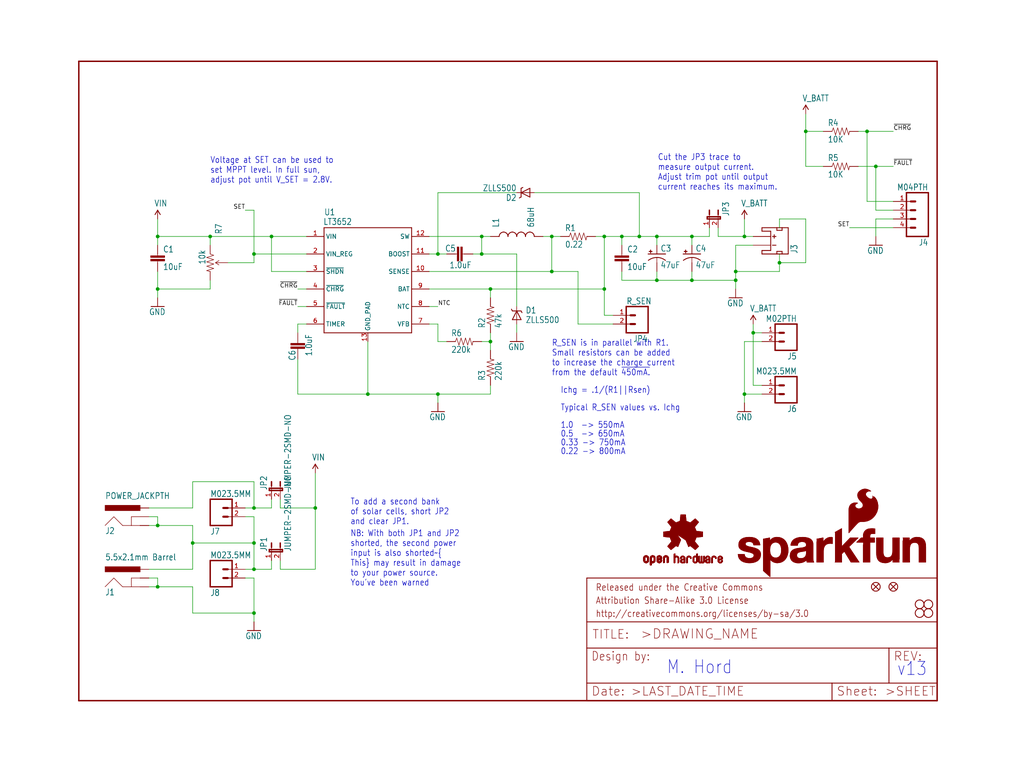
<source format=kicad_sch>
(kicad_sch (version 20211123) (generator eeschema)
  (paper "User" 297.002 223.926)
  (lib_symbols
    (symbol "eagleSchem-eagle-import:0.22OHM1{slash}4W1%(0805)"
      (property "Reference" "R" (at -3.81 1.4986 0))
      (property "Value" "0.22OHM1{slash}4W1%(0805)" (at -3.81 -3.302 0))
      (symbol "0.22OHM1{slash}4W1%(0805)_1_0"
        (pin passive line (at -5.08 0 0) (length 2.54) (name "1") (number "1"))
        (pin passive line (at 5.08 0 180) (length 2.54) (name "2") (number "2"))
      )
    )
    (symbol "eagleSchem-eagle-import:1.0UF-16V-10%(0603)"
      (property "Reference" "C" (at 1.524 2.921 0))
      (property "Value" "1.0UF-16V-10%(0603)" (at 1.524 -2.159 0))
      (symbol "1.0UF-16V-10%(0603)_1_0"
        (pin passive line (at 0 5.08 270) (length 2.54) (name "1") (number "1"))
        (pin passive line (at 0 -2.54 90) (length 2.54) (name "2") (number "2"))
      )
    )
    (symbol "eagleSchem-eagle-import:10KOHM1{slash}10W1%(0603)0603"
      (property "Reference" "R" (at -3.81 1.4986 0))
      (property "Value" "10KOHM1{slash}10W1%(0603)0603" (at -3.81 -3.302 0))
      (symbol "10KOHM1{slash}10W1%(0603)0603_1_0"
        (pin passive line (at -5.08 0 0) (length 2.54) (name "1") (number "1"))
        (pin passive line (at 5.08 0 180) (length 2.54) (name "2") (number "2"))
      )
    )
    (symbol "eagleSchem-eagle-import:10UF-6.3V-20%(1206)"
      (property "Reference" "C" (at 1.524 2.921 0))
      (property "Value" "10UF-6.3V-20%(1206)" (at 1.524 -2.159 0))
      (symbol "10UF-6.3V-20%(1206)_1_0"
        (pin passive line (at 0 5.08 270) (length 2.54) (name "1") (number "1"))
        (pin passive line (at 0 -2.54 90) (length 2.54) (name "2") (number "2"))
      )
    )
    (symbol "eagleSchem-eagle-import:10UF50V20%(1210)"
      (property "Reference" "C" (at 1.524 2.921 0))
      (property "Value" "10UF50V20%(1210)" (at 1.524 -2.159 0))
      (symbol "10UF50V20%(1210)_1_0"
        (pin passive line (at 0 5.08 270) (length 2.54) (name "1") (number "1"))
        (pin passive line (at 0 -2.54 90) (length 2.54) (name "2") (number "2"))
      )
    )
    (symbol "eagleSchem-eagle-import:220KOHM1{slash}10W1%(0603)"
      (property "Reference" "R" (at -3.81 1.4986 0))
      (property "Value" "220KOHM1{slash}10W1%(0603)" (at -3.81 -3.302 0))
      (symbol "220KOHM1{slash}10W1%(0603)_1_0"
        (pin passive line (at -5.08 0 0) (length 2.54) (name "1") (number "1"))
        (pin passive line (at 5.08 0 180) (length 2.54) (name "2") (number "2"))
      )
    )
    (symbol "eagleSchem-eagle-import:47KOHM1{slash}10W1%(0603)"
      (property "Reference" "R" (at -3.81 1.4986 0))
      (property "Value" "47KOHM1{slash}10W1%(0603)" (at -3.81 -3.302 0))
      (symbol "47KOHM1{slash}10W1%(0603)_1_0"
        (pin passive line (at -5.08 0 0) (length 2.54) (name "1") (number "1"))
        (pin passive line (at 5.08 0 180) (length 2.54) (name "2") (number "2"))
      )
    )
    (symbol "eagleSchem-eagle-import:47UF-TANT"
      (property "Reference" "C" (at 1.016 0.635 0))
      (property "Value" "47UF-TANT" (at 1.016 -4.191 0))
      (symbol "47UF-TANT_1_0"
        (pin passive line (at 0 2.54 270) (length 2.54) (name "+") (number "A"))
        (pin passive line (at 0 -5.08 90) (length 2.54) (name "-") (number "C"))
      )
    )
    (symbol "eagleSchem-eagle-import:FIDUCIAL1X2")
    (symbol "eagleSchem-eagle-import:FRAME-LETTER"
      (symbol "FRAME-LETTER_2_0"
        (text ">DRAWING_NAME" (at 15.494 17.78 0) (effects (font (size 2.7432 2.7432)) (justify left bottom)))
        (text ">LAST_DATE_TIME" (at 12.7 1.27 0) (effects (font (size 2.54 2.54)) (justify left bottom)))
        (text ">SHEET" (at 86.36 1.27 0) (effects (font (size 2.54 2.54)) (justify left bottom)))
        (text "Attribution Share-Alike 3.0 License" (at 2.54 27.94 0) (effects (font (size 1.9304 1.6408)) (justify left bottom)))
        (text "Date:" (at 1.27 1.27 0) (effects (font (size 2.54 2.54)) (justify left bottom)))
        (text "Design by:" (at 1.27 11.43 0) (effects (font (size 2.54 2.159)) (justify left bottom)))
        (text "http://creativecommons.org/licenses/by-sa/3.0" (at 2.54 24.13 0) (effects (font (size 1.9304 1.6408)) (justify left bottom)))
        (text "Released under the Creative Commons" (at 2.54 31.75 0) (effects (font (size 1.9304 1.6408)) (justify left bottom)))
        (text "REV:" (at 88.9 11.43 0) (effects (font (size 2.54 2.54)) (justify left bottom)))
        (text "Sheet:" (at 72.39 1.27 0) (effects (font (size 2.54 2.54)) (justify left bottom)))
        (text "TITLE:" (at 1.524 17.78 0) (effects (font (size 2.54 2.54)) (justify left bottom)))
      )
    )
    (symbol "eagleSchem-eagle-import:GND" (power)
      (property "Value" "GND" (at -2.54 -2.54 0))
      (symbol "GND_1_0"
        (pin power_in line (at 0 2.54 270) (length 2.54) (name "GND") (number "1"))
      )
    )
    (symbol "eagleSchem-eagle-import:INDUCTOR68UH-1A"
      (property "Reference" "L" (at 2.54 5.08 0))
      (property "Value" "INDUCTOR68UH-1A" (at 2.54 -5.08 0))
      (symbol "INDUCTOR68UH-1A_1_0"
        (pin passive line (at 0 7.62 270) (length 2.54) (name "1") (number "P$1"))
        (pin passive line (at 0 -7.62 90) (length 2.54) (name "2") (number "P$2"))
      )
    )
    (symbol "eagleSchem-eagle-import:JST_2MM_MALE"
      (property "Reference" "J" (at -2.54 5.842 0))
      (symbol "JST_2MM_MALE_1_0"
        (pin bidirectional line (at 0 -5.08 90) (length 5.08) (name "-") (number "1"))
        (pin bidirectional line (at 2.54 -5.08 90) (length 5.08) (name "+") (number "2"))
        (pin bidirectional line (at -2.54 2.54 90) (length 0) (name "PAD1") (number "NC1"))
        (pin bidirectional line (at 5.08 2.54 90) (length 0) (name "PAD2") (number "NC2"))
      )
    )
    (symbol "eagleSchem-eagle-import:JUMPER-2SMD-NC"
      (property "Reference" "JP" (at -1.27 0 90))
      (property "Value" "JUMPER-2SMD-NC" (at 5.715 0 90))
      (symbol "JUMPER-2SMD-NC_1_0"
        (pin passive line (at 0 -2.54 90) (length 2.54) (name "1") (number "1"))
        (pin passive line (at 2.54 -2.54 90) (length 2.54) (name "2") (number "2"))
      )
    )
    (symbol "eagleSchem-eagle-import:JUMPER-2SMD-NO"
      (property "Reference" "JP" (at -1.27 0 90))
      (property "Value" "JUMPER-2SMD-NO" (at 5.715 0 90))
      (symbol "JUMPER-2SMD-NO_1_0"
        (pin passive line (at 0 -2.54 90) (length 2.54) (name "1") (number "1"))
        (pin passive line (at 2.54 -2.54 90) (length 2.54) (name "2") (number "2"))
      )
    )
    (symbol "eagleSchem-eagle-import:JUMPER-PTH-2-NC"
      (property "Value" "JUMPER-PTH-2-NC" (at 5.715 0 90))
      (symbol "JUMPER-PTH-2-NC_1_0"
        (pin passive line (at 0 -2.54 90) (length 2.54) (name "1") (number "1"))
        (pin passive line (at 2.54 -2.54 90) (length 2.54) (name "2") (number "2"))
      )
    )
    (symbol "eagleSchem-eagle-import:LT3652"
      (property "Reference" "U" (at 0 34.036 0))
      (property "Value" "LT3652" (at -0.254 31.242 0))
      (symbol "LT3652_1_0"
        (pin bidirectional line (at -5.08 27.94 0) (length 5.08) (name "VIN") (number "1"))
        (pin bidirectional line (at 30.48 17.78 180) (length 5.08) (name "SENSE") (number "10"))
        (pin bidirectional line (at 30.48 22.86 180) (length 5.08) (name "BOOST") (number "11"))
        (pin bidirectional line (at 30.48 27.94 180) (length 5.08) (name "SW") (number "12"))
        (pin bidirectional line (at 12.7 -2.54 90) (length 2.54) (name "GND_PAD") (number "13"))
        (pin bidirectional line (at -5.08 22.86 0) (length 5.08) (name "VIN_REG") (number "2"))
        (pin bidirectional line (at -5.08 17.78 0) (length 5.08) (name "~{SHDN}") (number "3"))
        (pin bidirectional line (at -5.08 12.7 0) (length 5.08) (name "~{CHRG}") (number "4"))
        (pin bidirectional line (at -5.08 7.62 0) (length 5.08) (name "~{FAULT}") (number "5"))
        (pin bidirectional line (at -5.08 2.54 0) (length 5.08) (name "TIMER") (number "6"))
        (pin bidirectional line (at 30.48 2.54 180) (length 5.08) (name "VFB") (number "7"))
        (pin bidirectional line (at 30.48 7.62 180) (length 5.08) (name "NTC") (number "8"))
        (pin bidirectional line (at 30.48 12.7 180) (length 5.08) (name "BAT") (number "9"))
      )
    )
    (symbol "eagleSchem-eagle-import:M023.5MM"
      (property "Reference" "JP" (at -2.54 5.842 0))
      (property "Value" "M023.5MM" (at -2.54 -5.08 0))
      (symbol "M023.5MM_1_0"
        (pin passive line (at 7.62 0 180) (length 5.08) (name "1") (number "1"))
        (pin passive line (at 7.62 2.54 180) (length 5.08) (name "2") (number "2"))
      )
    )
    (symbol "eagleSchem-eagle-import:M02PTH"
      (property "Reference" "JP" (at -2.54 5.842 0))
      (property "Value" "M02PTH" (at -2.54 -5.08 0))
      (symbol "M02PTH_1_0"
        (pin passive line (at 7.62 0 180) (length 5.08) (name "1") (number "1"))
        (pin passive line (at 7.62 2.54 180) (length 5.08) (name "2") (number "2"))
      )
    )
    (symbol "eagleSchem-eagle-import:M04PTH"
      (property "Reference" "JP" (at -5.08 8.382 0))
      (property "Value" "M04PTH" (at -5.08 -7.62 0))
      (symbol "M04PTH_1_0"
        (pin passive line (at 5.08 -2.54 180) (length 5.08) (name "1") (number "1"))
        (pin passive line (at 5.08 0 180) (length 5.08) (name "2") (number "2"))
        (pin passive line (at 5.08 2.54 180) (length 5.08) (name "3") (number "3"))
        (pin passive line (at 5.08 5.08 180) (length 5.08) (name "4") (number "4"))
      )
    )
    (symbol "eagleSchem-eagle-import:OSHW-LOGOM")
    (symbol "eagleSchem-eagle-import:OSHW-LOGOS")
    (symbol "eagleSchem-eagle-import:POWER_JACKPTH"
      (property "Reference" "J" (at -10.16 0 0))
      (property "Value" "POWER_JACKPTH" (at -10.16 10.16 0))
      (symbol "POWER_JACKPTH_1_0"
        (pin bidirectional line (at 2.54 2.54 180) (length 2.54) (name "GND") (number "GND"))
        (pin bidirectional line (at 2.54 5.08 180) (length 2.54) (name "GNDBREAK") (number "GNDBREAK"))
        (pin bidirectional line (at 2.54 7.62 180) (length 2.54) (name "PWR") (number "PWR"))
      )
    )
    (symbol "eagleSchem-eagle-import:POWER_JACKSMD"
      (property "Reference" "J" (at -10.16 0 0))
      (property "Value" "POWER_JACKSMD" (at -10.16 10.16 0))
      (symbol "POWER_JACKSMD_1_0"
        (pin bidirectional line (at 2.54 5.08 180) (length 2.54) (name "GNDBREAK") (number "GND"))
        (pin bidirectional line (at 2.54 2.54 180) (length 2.54) (name "GND") (number "P$4"))
        (pin bidirectional line (at 2.54 7.62 180) (length 2.54) (name "PWR") (number "VIN0"))
      )
    )
    (symbol "eagleSchem-eagle-import:SFE_LOGO_NAME_FLAME.2_INCH")
    (symbol "eagleSchem-eagle-import:SFE_LOGO_NAME_FLAME.3_INCH")
    (symbol "eagleSchem-eagle-import:STAND-OFF")
    (symbol "eagleSchem-eagle-import:TRIMPOTRES-09285"
      (property "Reference" "R" (at -11.43 1.4986 0))
      (property "Value" "TRIMPOTRES-09285" (at -3.81 -3.302 0))
      (symbol "TRIMPOTRES-09285_1_0"
        (pin passive line (at -5.08 0 0) (length 2.54) (name "CCW") (number "1"))
        (pin passive line (at 0 5.08 270) (length 2.54) (name "WIPER") (number "2"))
        (pin passive line (at 5.08 0 180) (length 2.54) (name "CW") (number "3"))
      )
    )
    (symbol "eagleSchem-eagle-import:VIN" (power)
      (property "Value" "VIN" (at -1.016 3.556 0))
      (symbol "VIN_1_0"
        (pin power_in line (at 0 0 90) (length 2.54) (name "VIN") (number "1"))
      )
    )
    (symbol "eagleSchem-eagle-import:V_BATT" (power)
      (property "Value" "V_BATT" (at -1.016 3.556 0))
      (symbol "V_BATT_1_0"
        (pin power_in line (at 0 0 90) (length 2.54) (name "V_BATT") (number "1"))
      )
    )
    (symbol "eagleSchem-eagle-import:ZLLS500ZLLS500"
      (property "Reference" "D" (at 2.54 0.4826 0))
      (property "Value" "ZLLS500ZLLS500" (at 2.54 -2.3114 0))
      (symbol "ZLLS500ZLLS500_1_0"
        (pin passive line (at -2.54 0 0) (length 2.54) (name "A") (number "1"))
        (pin passive line (at 2.54 0 180) (length 2.54) (name "C") (number "3"))
      )
    )
  )
  (junction (at 160.02 68.58))
  (junction (at 45.72 68.58))
  (junction (at 139.7 73.66))
  (junction (at 215.9 114.3))
  (junction (at 190.5 68.58))
  (junction (at 60.96 68.58))
  (junction (at 73.66 177.8))
  (junction (at 73.66 157.48))
  (junction (at 213.36 78.74))
  (junction (at 55.88 157.48))
  (junction (at 251.46 38.1))
  (junction (at 233.68 38.1))
  (junction (at 73.66 147.32))
  (junction (at 142.24 99.06))
  (junction (at 73.66 165.1))
  (junction (at 218.44 96.52))
  (junction (at 215.9 68.58))
  (junction (at 127 73.66))
  (junction (at 45.72 170.18))
  (junction (at 180.34 68.58))
  (junction (at 91.44 147.32))
  (junction (at 213.36 81.28))
  (junction (at 254 48.26))
  (junction (at 175.26 83.82))
  (junction (at 200.66 81.28))
  (junction (at 45.72 152.4))
  (junction (at 185.42 68.58))
  (junction (at 139.7 68.58))
  (junction (at 142.24 83.82))
  (junction (at 226.06 76.2))
  (junction (at 106.68 114.3))
  (junction (at 45.72 83.82))
  (junction (at 73.66 73.66))
  (junction (at 127 114.3))
  (junction (at 190.5 81.28))
  (junction (at 200.66 68.58))
  (junction (at 78.74 68.58))
  (junction (at 175.26 68.58))
  (junction (at 160.02 78.74))
  (wire (pts (xy 43.18 170.18) (xy 45.72 170.18)))
  (wire (pts (xy 142.24 114.3) (xy 127 114.3)))
  (wire (pts (xy 86.36 114.3) (xy 106.68 114.3)))
  (wire (pts (xy 73.66 147.32) (xy 78.74 147.32)))
  (wire (pts (xy 180.34 68.58) (xy 180.34 71.12)))
  (wire (pts (xy 73.66 177.8) (xy 73.66 167.64)))
  (wire (pts (xy 190.5 68.58) (xy 200.66 68.58)))
  (wire (pts (xy 45.72 86.36) (xy 45.72 83.82)))
  (wire (pts (xy 254 63.5) (xy 259.08 63.5)))
  (wire (pts (xy 157.48 68.58) (xy 160.02 68.58)))
  (wire (pts (xy 149.86 73.66) (xy 149.86 88.9)))
  (wire (pts (xy 248.92 48.26) (xy 254 48.26)))
  (wire (pts (xy 129.54 73.66) (xy 127 73.66)))
  (wire (pts (xy 81.28 147.32) (xy 91.44 147.32)))
  (wire (pts (xy 215.9 68.58) (xy 218.44 68.58)))
  (wire (pts (xy 139.7 68.58) (xy 142.24 68.58)))
  (wire (pts (xy 248.92 38.1) (xy 251.46 38.1)))
  (wire (pts (xy 73.66 180.34) (xy 73.66 177.8)))
  (wire (pts (xy 45.72 83.82) (xy 45.72 78.74)))
  (wire (pts (xy 43.18 167.64) (xy 45.72 167.64)))
  (wire (pts (xy 45.72 152.4) (xy 55.88 152.4)))
  (wire (pts (xy 88.9 83.82) (xy 86.36 83.82)))
  (wire (pts (xy 218.44 71.12) (xy 213.36 71.12)))
  (wire (pts (xy 185.42 68.58) (xy 190.5 68.58)))
  (wire (pts (xy 71.12 167.64) (xy 73.66 167.64)))
  (wire (pts (xy 88.9 78.74) (xy 78.74 78.74)))
  (wire (pts (xy 142.24 99.06) (xy 142.24 96.52)))
  (wire (pts (xy 55.88 165.1) (xy 43.18 165.1)))
  (wire (pts (xy 86.36 93.98) (xy 88.9 93.98)))
  (wire (pts (xy 254 60.96) (xy 259.08 60.96)))
  (wire (pts (xy 78.74 78.74) (xy 78.74 68.58)))
  (wire (pts (xy 167.64 93.98) (xy 167.64 78.74)))
  (wire (pts (xy 177.8 93.98) (xy 167.64 93.98)))
  (wire (pts (xy 200.66 81.28) (xy 190.5 81.28)))
  (wire (pts (xy 127 73.66) (xy 124.46 73.66)))
  (wire (pts (xy 254 68.58) (xy 254 63.5)))
  (wire (pts (xy 233.68 38.1) (xy 238.76 38.1)))
  (wire (pts (xy 177.8 91.44) (xy 175.26 91.44)))
  (wire (pts (xy 45.72 170.18) (xy 55.88 170.18)))
  (wire (pts (xy 251.46 58.42) (xy 259.08 58.42)))
  (wire (pts (xy 91.44 147.32) (xy 91.44 165.1)))
  (wire (pts (xy 218.44 93.98) (xy 218.44 96.52)))
  (wire (pts (xy 73.66 73.66) (xy 73.66 60.96)))
  (wire (pts (xy 66.04 76.2) (xy 73.66 76.2)))
  (wire (pts (xy 60.96 68.58) (xy 78.74 68.58)))
  (wire (pts (xy 78.74 165.1) (xy 78.74 162.56)))
  (wire (pts (xy 200.66 68.58) (xy 200.66 71.12)))
  (wire (pts (xy 213.36 71.12) (xy 213.36 78.74)))
  (wire (pts (xy 142.24 101.6) (xy 142.24 99.06)))
  (wire (pts (xy 213.36 83.82) (xy 213.36 81.28)))
  (wire (pts (xy 175.26 83.82) (xy 175.26 68.58)))
  (wire (pts (xy 142.24 83.82) (xy 175.26 83.82)))
  (wire (pts (xy 175.26 68.58) (xy 180.34 68.58)))
  (wire (pts (xy 124.46 88.9) (xy 127 88.9)))
  (wire (pts (xy 185.42 55.88) (xy 154.94 55.88)))
  (wire (pts (xy 233.68 33.02) (xy 233.68 38.1)))
  (wire (pts (xy 226.06 76.2) (xy 233.68 76.2)))
  (wire (pts (xy 200.66 81.28) (xy 200.66 78.74)))
  (wire (pts (xy 149.86 93.98) (xy 149.86 96.52)))
  (wire (pts (xy 73.66 73.66) (xy 88.9 73.66)))
  (wire (pts (xy 175.26 91.44) (xy 175.26 83.82)))
  (wire (pts (xy 78.74 147.32) (xy 78.74 144.78)))
  (wire (pts (xy 81.28 162.56) (xy 81.28 165.1)))
  (wire (pts (xy 45.72 167.64) (xy 45.72 170.18)))
  (wire (pts (xy 73.66 60.96) (xy 71.12 60.96)))
  (wire (pts (xy 60.96 71.12) (xy 60.96 68.58)))
  (wire (pts (xy 45.72 68.58) (xy 45.72 71.12)))
  (wire (pts (xy 213.36 78.74) (xy 226.06 78.74)))
  (wire (pts (xy 71.12 165.1) (xy 73.66 165.1)))
  (wire (pts (xy 185.42 68.58) (xy 185.42 55.88)))
  (wire (pts (xy 55.88 157.48) (xy 55.88 165.1)))
  (wire (pts (xy 43.18 149.86) (xy 45.72 149.86)))
  (wire (pts (xy 106.68 114.3) (xy 106.68 99.06)))
  (wire (pts (xy 55.88 157.48) (xy 73.66 157.48)))
  (wire (pts (xy 200.66 68.58) (xy 205.74 68.58)))
  (wire (pts (xy 55.88 152.4) (xy 55.88 157.48)))
  (wire (pts (xy 81.28 165.1) (xy 91.44 165.1)))
  (wire (pts (xy 233.68 76.2) (xy 233.68 63.5)))
  (wire (pts (xy 180.34 68.58) (xy 185.42 68.58)))
  (wire (pts (xy 149.86 55.88) (xy 127 55.88)))
  (wire (pts (xy 215.9 63.5) (xy 215.9 68.58)))
  (wire (pts (xy 213.36 81.28) (xy 200.66 81.28)))
  (wire (pts (xy 259.08 66.04) (xy 246.38 66.04)))
  (wire (pts (xy 218.44 96.52) (xy 218.44 111.76)))
  (wire (pts (xy 55.88 177.8) (xy 73.66 177.8)))
  (wire (pts (xy 81.28 144.78) (xy 81.28 147.32)))
  (wire (pts (xy 127 99.06) (xy 127 93.98)))
  (wire (pts (xy 124.46 78.74) (xy 160.02 78.74)))
  (wire (pts (xy 124.46 68.58) (xy 139.7 68.58)))
  (wire (pts (xy 167.64 78.74) (xy 160.02 78.74)))
  (wire (pts (xy 218.44 111.76) (xy 220.98 111.76)))
  (wire (pts (xy 226.06 78.74) (xy 226.06 76.2)))
  (wire (pts (xy 86.36 96.52) (xy 86.36 93.98)))
  (wire (pts (xy 233.68 63.5) (xy 226.06 63.5)))
  (wire (pts (xy 226.06 73.66) (xy 226.06 76.2)))
  (wire (pts (xy 127 93.98) (xy 124.46 93.98)))
  (wire (pts (xy 55.88 170.18) (xy 55.88 177.8)))
  (wire (pts (xy 73.66 76.2) (xy 73.66 73.66)))
  (wire (pts (xy 190.5 81.28) (xy 190.5 78.74)))
  (wire (pts (xy 45.72 68.58) (xy 60.96 68.58)))
  (wire (pts (xy 208.28 66.04) (xy 208.28 68.58)))
  (wire (pts (xy 73.66 157.48) (xy 73.66 165.1)))
  (wire (pts (xy 129.54 99.06) (xy 127 99.06)))
  (wire (pts (xy 215.9 116.84) (xy 215.9 114.3)))
  (wire (pts (xy 127 55.88) (xy 127 73.66)))
  (wire (pts (xy 55.88 147.32) (xy 43.18 147.32)))
  (wire (pts (xy 73.66 149.86) (xy 71.12 149.86)))
  (wire (pts (xy 233.68 38.1) (xy 233.68 48.26)))
  (wire (pts (xy 88.9 88.9) (xy 86.36 88.9)))
  (wire (pts (xy 215.9 114.3) (xy 215.9 99.06)))
  (wire (pts (xy 254 48.26) (xy 259.08 48.26)))
  (wire (pts (xy 73.66 139.7) (xy 73.66 147.32)))
  (wire (pts (xy 78.74 68.58) (xy 88.9 68.58)))
  (wire (pts (xy 137.16 73.66) (xy 139.7 73.66)))
  (wire (pts (xy 86.36 104.14) (xy 86.36 114.3)))
  (wire (pts (xy 127 114.3) (xy 106.68 114.3)))
  (wire (pts (xy 205.74 68.58) (xy 205.74 66.04)))
  (wire (pts (xy 190.5 81.28) (xy 180.34 81.28)))
  (wire (pts (xy 73.66 157.48) (xy 73.66 149.86)))
  (wire (pts (xy 60.96 81.28) (xy 60.96 83.82)))
  (wire (pts (xy 180.34 81.28) (xy 180.34 78.74)))
  (wire (pts (xy 142.24 111.76) (xy 142.24 114.3)))
  (wire (pts (xy 190.5 68.58) (xy 190.5 71.12)))
  (wire (pts (xy 251.46 38.1) (xy 259.08 38.1)))
  (wire (pts (xy 160.02 78.74) (xy 160.02 68.58)))
  (wire (pts (xy 45.72 63.5) (xy 45.72 68.58)))
  (wire (pts (xy 91.44 137.16) (xy 91.44 147.32)))
  (wire (pts (xy 127 116.84) (xy 127 114.3)))
  (wire (pts (xy 73.66 165.1) (xy 78.74 165.1)))
  (wire (pts (xy 218.44 96.52) (xy 220.98 96.52)))
  (wire (pts (xy 139.7 73.66) (xy 149.86 73.66)))
  (wire (pts (xy 172.72 68.58) (xy 175.26 68.58)))
  (wire (pts (xy 215.9 114.3) (xy 220.98 114.3)))
  (wire (pts (xy 139.7 99.06) (xy 142.24 99.06)))
  (wire (pts (xy 124.46 83.82) (xy 142.24 83.82)))
  (wire (pts (xy 215.9 99.06) (xy 220.98 99.06)))
  (wire (pts (xy 213.36 78.74) (xy 213.36 81.28)))
  (wire (pts (xy 251.46 38.1) (xy 251.46 58.42)))
  (wire (pts (xy 60.96 83.82) (xy 45.72 83.82)))
  (wire (pts (xy 233.68 48.26) (xy 238.76 48.26)))
  (wire (pts (xy 226.06 63.5) (xy 226.06 66.04)))
  (wire (pts (xy 45.72 149.86) (xy 45.72 152.4)))
  (wire (pts (xy 142.24 86.36) (xy 142.24 83.82)))
  (wire (pts (xy 55.88 139.7) (xy 73.66 139.7)))
  (wire (pts (xy 160.02 68.58) (xy 162.56 68.58)))
  (wire (pts (xy 43.18 152.4) (xy 45.72 152.4)))
  (wire (pts (xy 55.88 139.7) (xy 55.88 147.32)))
  (wire (pts (xy 73.66 147.32) (xy 71.12 147.32)))
  (wire (pts (xy 208.28 68.58) (xy 215.9 68.58)))
  (wire (pts (xy 254 48.26) (xy 254 60.96)))
  (wire (pts (xy 139.7 73.66) (xy 139.7 68.58)))
  (text "0.5  -> 650mA" (at 162.56 127 180) (effects (font (size 1.778 1.5113)) (justify left bottom)))
  (text "R_SEN is in parallel with R1.\nSmall resistors can be added\nto increase the charge current\nfrom the default ~{450mA.}" (at 160.02 109.22 0) (effects (font (size 1.778 1.5113)) (justify left bottom)))
  (text "0.33 -> 750mA" (at 162.56 129.54 180) (effects (font (size 1.778 1.5113)) (justify left bottom)))
  (text "Cut the JP3 trace to\nmeasure output current.\nAdjust trim pot until output\ncurrent reaches its maximum." (at 190.754 55.372 0) (effects (font (size 1.778 1.5113)) (justify left bottom)))
  (text "NB: With both JP1 and JP2\nshorted, the second power\ninput is also shorted~{\nThis} may result in damage\nto your power source.\nYou've been warned~{}" (at 101.6 170.18 0) (effects (font (size 1.778 1.5113)) (justify left bottom)))
  (text "To add a second bank\nof solar cells, short JP2\nand clear JP1." (at 101.6 152.4 0) (effects (font (size 1.778 1.5113)) (justify left bottom)))
  (text "M. Hord" (at 193.294 195.834 180) (effects (font (size 3.81 3.2385)) (justify left bottom)))
  (text "Voltage at SET can be used to\nset MPPT level. In full sun,\nadjust pot until V_SET = 2.8V." (at 60.96 53.34 0) (effects (font (size 1.778 1.5113)) (justify left bottom)))
  (text "Ichg = .1/(R1||Rsen)" (at 162.56 114.3 180) (effects (font (size 1.778 1.5113)) (justify left bottom)))
  (text "1.0  -> 550mA" (at 162.56 124.46 180) (effects (font (size 1.778 1.5113)) (justify left bottom)))
  (text "0.22 -> 800mA" (at 162.56 132.08 180) (effects (font (size 1.778 1.5113)) (justify left bottom)))
  (text "v13" (at 260.096 196.342 180) (effects (font (size 3.81 3.2385)) (justify left bottom)))
  (text "Typical R_SEN values vs. Ichg" (at 162.56 119.38 180) (effects (font (size 1.778 1.5113)) (justify left bottom)))
  (label "NTC" (at 127 88.9 0) (effects (font (size 1.2446 1.2446))))
  (label "~{FAULT}" (at 259.08 48.26 0) (effects (font (size 1.2446 1.2446))))
  (label "~{CHRG}" (at 86.36 83.82 180) (effects (font (size 1.2446 1.2446))))
  (label "~{FAULT}" (at 86.36 88.9 180) (effects (font (size 1.2446 1.2446))))
  (label "SET" (at 71.12 60.96 180) (effects (font (size 1.2446 1.2446))))
  (label "SET" (at 246.38 66.04 180) (effects (font (size 1.2446 1.2446))))
  (label "~{CHRG}" (at 259.08 38.1 0) (effects (font (size 1.2446 1.2446))))
  (symbol (lib_id "eagleSchem-eagle-import:VIN") (at 45.72 63.5 0) (unit 1)
    (property "Reference" "#SUPPLY2" (effects hide))
    (property "Value" "VIN" (at 44.704 59.944 0) (effects (font (size 1.778 1.5113)) (justify left bottom)))
    (property "Footprint" "eagleSchem:" (effects hide))
  )
  (symbol (lib_id "eagleSchem-eagle-import:POWER_JACKSMD") (at 40.64 172.72 0) (unit 1)
    (property "Reference" "J1" (at 30.48 172.72 0) (effects (font (size 1.778 1.5113)) (justify left bottom)))
    (property "Value" "5.5x2.1mm Barrel" (at 30.48 162.56 0) (effects (font (size 1.778 1.5113)) (justify left bottom)))
    (property "Footprint" "eagleSchem:POWER_JACK_SMD" (effects hide))
  )
  (symbol (lib_id "eagleSchem-eagle-import:M023.5MM") (at 228.6 111.76 180) (unit 1)
    (property "Reference" "J6" (at 231.14 117.602 0) (effects (font (size 1.778 1.5113)) (justify left bottom)))
    (property "Value" "M023.5MM" (at 231.14 106.68 0) (effects (font (size 1.778 1.5113)) (justify left bottom)))
    (property "Footprint" "eagleSchem:SCREWTERMINAL-3.5MM-2" (effects hide))
  )
  (symbol (lib_id "eagleSchem-eagle-import:LT3652") (at 93.98 96.52 0) (unit 1)
    (property "Reference" "U1" (at 93.98 62.484 0) (effects (font (size 1.778 1.5113)) (justify left bottom)))
    (property "Value" "LT3652" (at 93.726 65.278 0) (effects (font (size 1.778 1.5113)) (justify left bottom)))
    (property "Footprint" "eagleSchem:MSOP-12_GND" (effects hide))
  )
  (symbol (lib_id "eagleSchem-eagle-import:FRAME-LETTER") (at 170.18 203.2 0) (unit 2)
    (property "Reference" "FRAME1" (effects hide))
    (property "Value" "FRAME-LETTER" (effects hide))
    (property "Footprint" "eagleSchem:CREATIVE_COMMONS" (effects hide))
  )
  (symbol (lib_id "eagleSchem-eagle-import:SFE_LOGO_NAME_FLAME.2_INCH") (at 213.36 167.64 0) (unit 1)
    (property "Reference" "LOGO1" (effects hide))
    (property "Value" "SFE_LOGO_NAME_FLAME.2_INCH" (effects hide))
    (property "Footprint" "eagleSchem:SFE_LOGO_NAME_FLAME_.2" (effects hide))
  )
  (symbol (lib_id "eagleSchem-eagle-import:47KOHM1{slash}10W1%(0603)") (at 142.24 91.44 90) (unit 1)
    (property "Reference" "R2" (at 140.7414 95.25 0) (effects (font (size 1.778 1.5113)) (justify left bottom)))
    (property "Value" "47k" (at 145.542 95.25 0) (effects (font (size 1.778 1.5113)) (justify left bottom)))
    (property "Footprint" "eagleSchem:0603-RES" (effects hide))
  )
  (symbol (lib_id "eagleSchem-eagle-import:SFE_LOGO_NAME_FLAME.3_INCH") (at 213.36 167.64 0) (unit 1)
    (property "Reference" "LOGO4" (effects hide))
    (property "Value" "SFE_LOGO_NAME_FLAME.3_INCH" (effects hide))
    (property "Footprint" "eagleSchem:SFE_LOGO_NAME_FLAME_.3" (effects hide))
  )
  (symbol (lib_id "eagleSchem-eagle-import:M02PTH") (at 185.42 91.44 180) (unit 1)
    (property "Reference" "JP4" (at 187.96 97.282 0) (effects (font (size 1.778 1.5113)) (justify left bottom)))
    (property "Value" "R_SEN" (at 188.976 86.36 0) (effects (font (size 1.778 1.5113)) (justify left bottom)))
    (property "Footprint" "eagleSchem:1X02" (effects hide))
  )
  (symbol (lib_id "eagleSchem-eagle-import:220KOHM1{slash}10W1%(0603)") (at 142.24 106.68 90) (unit 1)
    (property "Reference" "R3" (at 140.7414 110.49 0) (effects (font (size 1.778 1.5113)) (justify left bottom)))
    (property "Value" "220k" (at 145.542 110.49 0) (effects (font (size 1.778 1.5113)) (justify left bottom)))
    (property "Footprint" "eagleSchem:0603-RES" (effects hide))
  )
  (symbol (lib_id "eagleSchem-eagle-import:STAND-OFF") (at 269.24 175.26 0) (unit 1)
    (property "Reference" "STANDOFF2" (effects hide))
    (property "Value" "STAND-OFF" (effects hide))
    (property "Footprint" "eagleSchem:STAND-OFF" (effects hide))
  )
  (symbol (lib_id "eagleSchem-eagle-import:220KOHM1{slash}10W1%(0603)") (at 134.62 99.06 0) (unit 1)
    (property "Reference" "R6" (at 130.81 97.5614 0) (effects (font (size 1.778 1.5113)) (justify left bottom)))
    (property "Value" "220k" (at 130.81 102.362 0) (effects (font (size 1.778 1.5113)) (justify left bottom)))
    (property "Footprint" "eagleSchem:0603-RES" (effects hide))
  )
  (symbol (lib_id "eagleSchem-eagle-import:M02PTH") (at 228.6 96.52 180) (unit 1)
    (property "Reference" "J5" (at 231.14 102.362 0) (effects (font (size 1.778 1.5113)) (justify left bottom)))
    (property "Value" "M02PTH" (at 231.14 91.44 0) (effects (font (size 1.778 1.5113)) (justify left bottom)))
    (property "Footprint" "eagleSchem:1X02" (effects hide))
  )
  (symbol (lib_id "eagleSchem-eagle-import:GND") (at 215.9 119.38 0) (unit 1)
    (property "Reference" "#GND6" (effects hide))
    (property "Value" "GND" (at 213.36 121.92 0) (effects (font (size 1.778 1.5113)) (justify left bottom)))
    (property "Footprint" "eagleSchem:" (effects hide))
  )
  (symbol (lib_id "eagleSchem-eagle-import:JUMPER-2SMD-NC") (at 78.74 160.02 0) (unit 1)
    (property "Reference" "JP1" (at 77.47 160.02 90) (effects (font (size 1.778 1.5113)) (justify left bottom)))
    (property "Value" "JUMPER-2SMD-NC" (at 84.455 160.02 90) (effects (font (size 1.778 1.5113)) (justify left bottom)))
    (property "Footprint" "eagleSchem:SJ_2S" (effects hide))
  )
  (symbol (lib_id "eagleSchem-eagle-import:47UF-TANT") (at 190.5 73.66 0) (unit 1)
    (property "Reference" "C3" (at 191.516 73.025 0) (effects (font (size 1.778 1.5113)) (justify left bottom)))
    (property "Value" "47uF" (at 191.516 77.851 0) (effects (font (size 1.778 1.5113)) (justify left bottom)))
    (property "Footprint" "eagleSchem:EIA3528" (effects hide))
  )
  (symbol (lib_id "eagleSchem-eagle-import:STAND-OFF") (at 266.7 177.8 0) (unit 1)
    (property "Reference" "STANDOFF4" (effects hide))
    (property "Value" "STAND-OFF" (effects hide))
    (property "Footprint" "eagleSchem:STAND-OFF" (effects hide))
  )
  (symbol (lib_id "eagleSchem-eagle-import:OSHW-LOGOS") (at 198.12 154.94 0) (unit 1)
    (property "Reference" "LOGO3" (effects hide))
    (property "Value" "OSHW-LOGOS" (effects hide))
    (property "Footprint" "eagleSchem:OSHW-LOGO-S" (effects hide))
  )
  (symbol (lib_id "eagleSchem-eagle-import:FIDUCIAL1X2") (at 254 170.18 0) (unit 1)
    (property "Reference" "FID1" (effects hide))
    (property "Value" "FIDUCIAL1X2" (effects hide))
    (property "Footprint" "eagleSchem:FIDUCIAL-1X2" (effects hide))
  )
  (symbol (lib_id "eagleSchem-eagle-import:GND") (at 127 119.38 0) (unit 1)
    (property "Reference" "#GND4" (effects hide))
    (property "Value" "GND" (at 124.46 121.92 0) (effects (font (size 1.778 1.5113)) (justify left bottom)))
    (property "Footprint" "eagleSchem:" (effects hide))
  )
  (symbol (lib_id "eagleSchem-eagle-import:GND") (at 213.36 86.36 0) (unit 1)
    (property "Reference" "#GND2" (effects hide))
    (property "Value" "GND" (at 210.82 88.9 0) (effects (font (size 1.778 1.5113)) (justify left bottom)))
    (property "Footprint" "eagleSchem:" (effects hide))
  )
  (symbol (lib_id "eagleSchem-eagle-import:JST_2MM_MALE") (at 223.52 71.12 270) (mirror x) (unit 1)
    (property "Reference" "J3" (at 229.362 73.66 0) (effects (font (size 1.778 1.5113)) (justify left bottom)))
    (property "Value" "JST_2MM_MALE" (effects hide))
    (property "Footprint" "eagleSchem:JST-2-SMD" (effects hide))
  )
  (symbol (lib_id "eagleSchem-eagle-import:STAND-OFF") (at 266.7 175.26 0) (unit 1)
    (property "Reference" "STANDOFF3" (effects hide))
    (property "Value" "STAND-OFF" (effects hide))
    (property "Footprint" "eagleSchem:STAND-OFF" (effects hide))
  )
  (symbol (lib_id "eagleSchem-eagle-import:ZLLS500ZLLS500") (at 149.86 91.44 90) (unit 1)
    (property "Reference" "D1" (at 152.4 90.9574 90) (effects (font (size 1.778 1.5113)) (justify right top)))
    (property "Value" "ZLLS500" (at 152.4 93.7514 90) (effects (font (size 1.778 1.5113)) (justify right top)))
    (property "Footprint" "eagleSchem:SOT23" (effects hide))
  )
  (symbol (lib_id "eagleSchem-eagle-import:M023.5MM") (at 63.5 147.32 0) (mirror x) (unit 1)
    (property "Reference" "J7" (at 60.96 153.162 0) (effects (font (size 1.778 1.5113)) (justify left bottom)))
    (property "Value" "M023.5MM" (at 60.96 142.24 0) (effects (font (size 1.778 1.5113)) (justify left bottom)))
    (property "Footprint" "eagleSchem:SCREWTERMINAL-3.5MM-2" (effects hide))
  )
  (symbol (lib_id "eagleSchem-eagle-import:V_BATT") (at 215.9 63.5 0) (unit 1)
    (property "Reference" "#SUPPLY1" (effects hide))
    (property "Value" "V_BATT" (at 214.884 59.944 0) (effects (font (size 1.778 1.5113)) (justify left bottom)))
    (property "Footprint" "eagleSchem:" (effects hide))
  )
  (symbol (lib_id "eagleSchem-eagle-import:10KOHM1{slash}10W1%(0603)0603") (at 243.84 38.1 0) (unit 1)
    (property "Reference" "R4" (at 240.03 36.6014 0) (effects (font (size 1.778 1.5113)) (justify left bottom)))
    (property "Value" "10K" (at 240.03 41.402 0) (effects (font (size 1.778 1.5113)) (justify left bottom)))
    (property "Footprint" "eagleSchem:0603-RES" (effects hide))
  )
  (symbol (lib_id "eagleSchem-eagle-import:INDUCTOR68UH-1A") (at 149.86 68.58 90) (unit 1)
    (property "Reference" "L1" (at 144.78 66.04 0) (effects (font (size 1.778 1.5113)) (justify left bottom)))
    (property "Value" "68uH" (at 154.94 66.04 0) (effects (font (size 1.778 1.5113)) (justify left bottom)))
    (property "Footprint" "eagleSchem:CR75" (effects hide))
  )
  (symbol (lib_id "eagleSchem-eagle-import:GND") (at 73.66 182.88 0) (unit 1)
    (property "Reference" "#GND5" (effects hide))
    (property "Value" "GND" (at 71.12 185.42 0) (effects (font (size 1.778 1.5113)) (justify left bottom)))
    (property "Footprint" "eagleSchem:" (effects hide))
  )
  (symbol (lib_id "eagleSchem-eagle-import:JUMPER-2SMD-NO") (at 78.74 142.24 0) (unit 1)
    (property "Reference" "JP2" (at 77.47 142.24 90) (effects (font (size 1.778 1.5113)) (justify left bottom)))
    (property "Value" "JUMPER-2SMD-NO" (at 84.455 142.24 90) (effects (font (size 1.778 1.5113)) (justify left bottom)))
    (property "Footprint" "eagleSchem:SJ_2S-NO" (effects hide))
  )
  (symbol (lib_id "eagleSchem-eagle-import:0.22OHM1{slash}4W1%(0805)") (at 167.64 68.58 0) (unit 1)
    (property "Reference" "R1" (at 163.83 67.0814 0) (effects (font (size 1.778 1.5113)) (justify left bottom)))
    (property "Value" "0.22" (at 163.83 71.882 0) (effects (font (size 1.778 1.5113)) (justify left bottom)))
    (property "Footprint" "eagleSchem:0805" (effects hide))
  )
  (symbol (lib_id "eagleSchem-eagle-import:ZLLS500ZLLS500") (at 152.4 55.88 180) (unit 1)
    (property "Reference" "D2" (at 149.86 56.3626 0) (effects (font (size 1.778 1.5113)) (justify left bottom)))
    (property "Value" "ZLLS500" (at 149.86 53.5686 0) (effects (font (size 1.778 1.5113)) (justify left bottom)))
    (property "Footprint" "eagleSchem:SOT23" (effects hide))
  )
  (symbol (lib_id "eagleSchem-eagle-import:FRAME-LETTER") (at 22.86 203.2 0) (unit 1)
    (property "Reference" "FRAME1" (effects hide))
    (property "Value" "FRAME-LETTER" (effects hide))
    (property "Footprint" "eagleSchem:CREATIVE_COMMONS" (effects hide))
  )
  (symbol (lib_id "eagleSchem-eagle-import:1.0UF-16V-10%(0603)") (at 134.62 73.66 90) (unit 1)
    (property "Reference" "C5" (at 129.032 73.025 90) (effects (font (size 1.778 1.5113)) (justify right top)))
    (property "Value" "1.0uF" (at 130.302 77.851 90) (effects (font (size 1.778 1.5113)) (justify right top)))
    (property "Footprint" "eagleSchem:0603-CAP" (effects hide))
  )
  (symbol (lib_id "eagleSchem-eagle-import:47UF-TANT") (at 200.66 73.66 0) (unit 1)
    (property "Reference" "C4" (at 201.676 73.025 0) (effects (font (size 1.778 1.5113)) (justify left bottom)))
    (property "Value" "47uF" (at 201.676 77.851 0) (effects (font (size 1.778 1.5113)) (justify left bottom)))
    (property "Footprint" "eagleSchem:EIA3528" (effects hide))
  )
  (symbol (lib_id "eagleSchem-eagle-import:POWER_JACKPTH") (at 40.64 154.94 0) (unit 1)
    (property "Reference" "J2" (at 30.48 154.94 0) (effects (font (size 1.778 1.5113)) (justify left bottom)))
    (property "Value" "POWER_JACKPTH" (at 30.48 144.78 0) (effects (font (size 1.778 1.5113)) (justify left bottom)))
    (property "Footprint" "eagleSchem:POWER_JACK_PTH" (effects hide))
  )
  (symbol (lib_id "eagleSchem-eagle-import:GND") (at 149.86 99.06 0) (unit 1)
    (property "Reference" "#GND3" (effects hide))
    (property "Value" "GND" (at 147.32 101.6 0) (effects (font (size 1.778 1.5113)) (justify left bottom)))
    (property "Footprint" "eagleSchem:" (effects hide))
  )
  (symbol (lib_id "eagleSchem-eagle-import:10KOHM1{slash}10W1%(0603)0603") (at 243.84 48.26 0) (unit 1)
    (property "Reference" "R5" (at 240.03 46.7614 0) (effects (font (size 1.778 1.5113)) (justify left bottom)))
    (property "Value" "10K" (at 240.03 51.562 0) (effects (font (size 1.778 1.5113)) (justify left bottom)))
    (property "Footprint" "eagleSchem:0603-RES" (effects hide))
  )
  (symbol (lib_id "eagleSchem-eagle-import:V_BATT") (at 218.44 93.98 0) (unit 1)
    (property "Reference" "#SUPPLY3" (effects hide))
    (property "Value" "V_BATT" (at 217.424 90.424 0) (effects (font (size 1.778 1.5113)) (justify left bottom)))
    (property "Footprint" "eagleSchem:" (effects hide))
  )
  (symbol (lib_id "eagleSchem-eagle-import:GND") (at 45.72 88.9 0) (unit 1)
    (property "Reference" "#GND1" (effects hide))
    (property "Value" "GND" (at 43.18 91.44 0) (effects (font (size 1.778 1.5113)) (justify left bottom)))
    (property "Footprint" "eagleSchem:" (effects hide))
  )
  (symbol (lib_id "eagleSchem-eagle-import:V_BATT") (at 233.68 33.02 0) (unit 1)
    (property "Reference" "#SUPPLY5" (effects hide))
    (property "Value" "V_BATT" (at 232.664 29.464 0) (effects (font (size 1.778 1.5113)) (justify left bottom)))
    (property "Footprint" "eagleSchem:" (effects hide))
  )
  (symbol (lib_id "eagleSchem-eagle-import:M023.5MM") (at 63.5 165.1 0) (mirror x) (unit 1)
    (property "Reference" "J8" (at 60.96 170.942 0) (effects (font (size 1.778 1.5113)) (justify left bottom)))
    (property "Value" "M023.5MM" (at 60.96 160.02 0) (effects (font (size 1.778 1.5113)) (justify left bottom)))
    (property "Footprint" "eagleSchem:SCREWTERMINAL-3.5MM-2" (effects hide))
  )
  (symbol (lib_id "eagleSchem-eagle-import:FIDUCIAL1X2") (at 259.08 170.18 0) (unit 1)
    (property "Reference" "FID2" (effects hide))
    (property "Value" "FIDUCIAL1X2" (effects hide))
    (property "Footprint" "eagleSchem:FIDUCIAL-1X2" (effects hide))
  )
  (symbol (lib_id "eagleSchem-eagle-import:JUMPER-PTH-2-NC") (at 205.74 63.5 0) (unit 1)
    (property "Reference" "JP3" (at 209.55 58.42 90) (effects (font (size 1.778 1.5113)) (justify right top)))
    (property "Value" "JUMPER-PTH-2-NC" (effects hide))
    (property "Footprint" "eagleSchem:PTH-JUMPER-NC_BOTTOM_NO_SILK" (effects hide))
  )
  (symbol (lib_id "eagleSchem-eagle-import:VIN") (at 91.44 137.16 0) (unit 1)
    (property "Reference" "#SUPPLY4" (effects hide))
    (property "Value" "VIN" (at 90.424 133.604 0) (effects (font (size 1.778 1.5113)) (justify left bottom)))
    (property "Footprint" "eagleSchem:" (effects hide))
  )
  (symbol (lib_id "eagleSchem-eagle-import:10UF50V20%(1210)") (at 45.72 76.2 0) (unit 1)
    (property "Reference" "C1" (at 47.244 73.279 0) (effects (font (size 1.778 1.5113)) (justify left bottom)))
    (property "Value" "10uF" (at 47.244 78.359 0) (effects (font (size 1.778 1.5113)) (justify left bottom)))
    (property "Footprint" "eagleSchem:1210" (effects hide))
  )
  (symbol (lib_id "eagleSchem-eagle-import:OSHW-LOGOM") (at 198.12 154.94 0) (unit 1)
    (property "Reference" "LOGO2" (effects hide))
    (property "Value" "OSHW-LOGOM" (effects hide))
    (property "Footprint" "eagleSchem:OSHW-LOGO-M" (effects hide))
  )
  (symbol (lib_id "eagleSchem-eagle-import:M04PTH") (at 264.16 60.96 180) (unit 1)
    (property "Reference" "J4" (at 269.24 69.342 0) (effects (font (size 1.778 1.5113)) (justify left bottom)))
    (property "Value" "M04PTH" (at 269.24 53.34 0) (effects (font (size 1.778 1.5113)) (justify left bottom)))
    (property "Footprint" "eagleSchem:1X04" (effects hide))
  )
  (symbol (lib_id "eagleSchem-eagle-import:1.0UF-16V-10%(0603)") (at 86.36 99.06 180) (unit 1)
    (property "Reference" "C6" (at 85.725 104.648 90) (effects (font (size 1.778 1.5113)) (justify right top)))
    (property "Value" "1.0uF" (at 90.551 103.378 90) (effects (font (size 1.778 1.5113)) (justify right top)))
    (property "Footprint" "eagleSchem:0603-CAP" (effects hide))
  )
  (symbol (lib_id "eagleSchem-eagle-import:STAND-OFF") (at 269.24 177.8 0) (unit 1)
    (property "Reference" "STANDOFF1" (effects hide))
    (property "Value" "STAND-OFF" (effects hide))
    (property "Footprint" "eagleSchem:STAND-OFF" (effects hide))
  )
  (symbol (lib_id "eagleSchem-eagle-import:10UF-6.3V-20%(1206)") (at 180.34 76.2 0) (unit 1)
    (property "Reference" "C2" (at 181.864 73.279 0) (effects (font (size 1.778 1.5113)) (justify left bottom)))
    (property "Value" "10uF" (at 181.864 78.359 0) (effects (font (size 1.778 1.5113)) (justify left bottom)))
    (property "Footprint" "eagleSchem:1206" (effects hide))
  )
  (symbol (lib_id "eagleSchem-eagle-import:TRIMPOTRES-09285") (at 60.96 76.2 270) (unit 1)
    (property "Reference" "R7" (at 62.4586 64.77 0) (effects (font (size 1.778 1.5113)) (justify left bottom)))
    (property "Value" "10k" (at 57.658 72.39 0) (effects (font (size 1.778 1.5113)) (justify left bottom)))
    (property "Footprint" "eagleSchem:TRIMPOT-3MM" (effects hide))
  )
  (symbol (lib_id "eagleSchem-eagle-import:GND") (at 254 71.12 0) (unit 1)
    (property "Reference" "#GND7" (effects hide))
    (property "Value" "GND" (at 251.46 73.66 0) (effects (font (size 1.778 1.5113)) (justify left bottom)))
    (property "Footprint" "eagleSchem:" (effects hide))
  )
)
</source>
